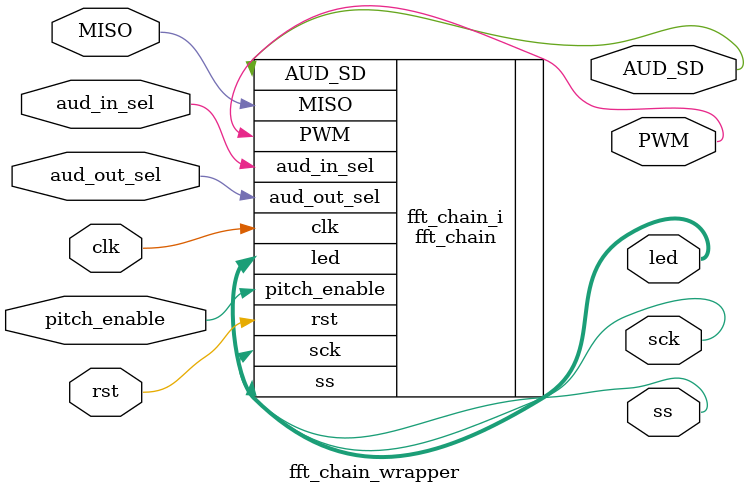
<source format=v>
`timescale 1 ps / 1 ps

module fft_chain_wrapper
   (AUD_SD,
    MISO,
    PWM,
    aud_in_sel,
    aud_out_sel,
    clk,
    led,
    pitch_enable,
    rst,
    sck,
    ss);
  output AUD_SD;
  input MISO;
  output PWM;
  input aud_in_sel;
  input aud_out_sel;
  input clk;
  output [11:0]led;
  input pitch_enable;
  input rst;
  output sck;
  output ss;

  wire AUD_SD;
  wire MISO;
  wire PWM;
  wire aud_in_sel;
  wire aud_out_sel;
  wire clk;
  wire [11:0]led;
  wire pitch_enable;
  wire rst;
  wire sck;
  wire ss;

  fft_chain fft_chain_i
       (.AUD_SD(AUD_SD),
        .MISO(MISO),
        .PWM(PWM),
        .aud_in_sel(aud_in_sel),
        .aud_out_sel(aud_out_sel),
        .clk(clk),
        .led(led),
        .pitch_enable(pitch_enable),
        .rst(rst),
        .sck(sck),
        .ss(ss));
endmodule

</source>
